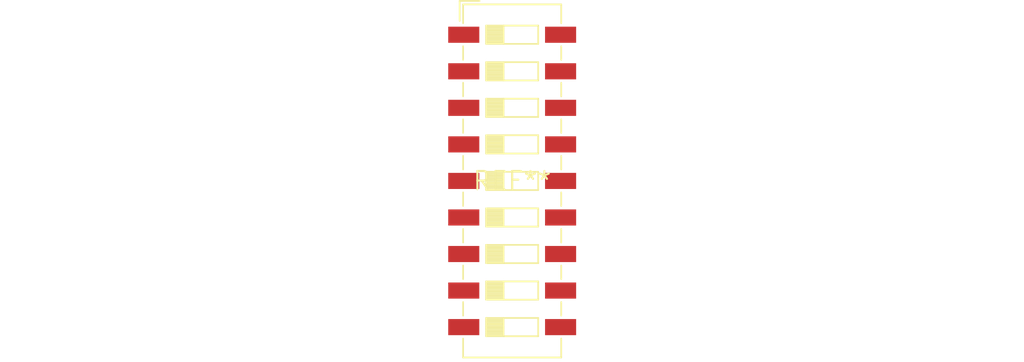
<source format=kicad_pcb>
(kicad_pcb (version 20240108) (generator pcbnew)
  (layers (0 "F.Cu" signal) (31 "B.Cu" signal) (34 "B.Paste" user) (35 "F.Paste" user) (36 "B.SilkS" user "B.Silkscreen") (37 "F.SilkS" user "F.Silkscreen") (38 "B.Mask" user) (39 "F.Mask" user) (44 "Edge.Cuts" user))
  (net 0 "")
  (footprint "SW_DIP_SPSTx09_Slide_6.7x24.42mm_W6.73mm_P2.54mm_LowProfile_JPin" (layer "F.Cu") (at 0 0)
    (property "Reference" "REF**")
    (property "Value" "SW_DIP_SPSTx09_Slide_6.7x24.42mm_W6.73mm_P2.54mm_LowProfile_JPin")
    (fp_line (start -3.65 -12.51) (end -3.65 -11.127) (layer "F.SilkS") (stroke (width 0.12)))
    (fp_line (start -3.65 -12.51) (end -2.267 -12.51) (layer "F.SilkS") (stroke (width 0.12)))
    (fp_line (start -3.41 -12.27) (end -3.41 -10.96) (layer "F.SilkS") (stroke (width 0.12)))
    (fp_line (start -3.41 -12.27) (end 3.41 -12.27) (layer "F.SilkS") (stroke (width 0.12)))
    (fp_line (start -3.41 -9.36) (end -3.41 -8.42) (layer "F.SilkS") (stroke (width 0.12)))
    (fp_line (start -3.41 -6.82) (end -3.41 -5.88) (layer "F.SilkS") (stroke (width 0.12)))
    (fp_line (start -3.41 -4.28) (end -3.41 -3.34) (layer "F.SilkS") (stroke (width 0.12)))
    (fp_line (start -3.41 -1.74) (end -3.41 -0.8) (layer "F.SilkS") (stroke (width 0.12)))
    (fp_line (start -3.41 0.8) (end -3.41 1.74) (layer "F.SilkS") (stroke (width 0.12)))
    (fp_line (start -3.41 3.34) (end -3.41 4.28) (layer "F.SilkS") (stroke (width 0.12)))
    (fp_line (start -3.41 5.88) (end -3.41 6.82) (layer "F.SilkS") (stroke (width 0.12)))
    (fp_line (start -3.41 8.42) (end -3.41 9.36) (layer "F.SilkS") (stroke (width 0.12)))
    (fp_line (start -3.41 10.96) (end -3.41 12.271) (layer "F.SilkS") (stroke (width 0.12)))
    (fp_line (start -3.41 12.271) (end 3.41 12.271) (layer "F.SilkS") (stroke (width 0.12)))
    (fp_line (start -1.81 -10.795) (end -1.81 -9.525) (layer "F.SilkS") (stroke (width 0.12)))
    (fp_line (start -1.81 -10.675) (end -0.603333 -10.675) (layer "F.SilkS") (stroke (width 0.12)))
    (fp_line (start -1.81 -10.555) (end -0.603333 -10.555) (layer "F.SilkS") (stroke (width 0.12)))
    (fp_line (start -1.81 -10.435) (end -0.603333 -10.435) (layer "F.SilkS") (stroke (width 0.12)))
    (fp_line (start -1.81 -10.315) (end -0.603333 -10.315) (layer "F.SilkS") (stroke (width 0.12)))
    (fp_line (start -1.81 -10.195) (end -0.603333 -10.195) (layer "F.SilkS") (stroke (width 0.12)))
    (fp_line (start -1.81 -10.075) (end -0.603333 -10.075) (layer "F.SilkS") (stroke (width 0.12)))
    (fp_line (start -1.81 -9.955) (end -0.603333 -9.955) (layer "F.SilkS") (stroke (width 0.12)))
    (fp_line (start -1.81 -9.835) (end -0.603333 -9.835) (layer "F.SilkS") (stroke (width 0.12)))
    (fp_line (start -1.81 -9.715) (end -0.603333 -9.715) (layer "F.SilkS") (stroke (width 0.12)))
    (fp_line (start -1.81 -9.595) (end -0.603333 -9.595) (layer "F.SilkS") (stroke (width 0.12)))
    (fp_line (start -1.81 -9.525) (end 1.81 -9.525) (layer "F.SilkS") (stroke (width 0.12)))
    (fp_line (start -1.81 -8.255) (end -1.81 -6.985) (layer "F.SilkS") (stroke (width 0.12)))
    (fp_line (start -1.81 -8.135) (end -0.603333 -8.135) (layer "F.SilkS") (stroke (width 0.12)))
    (fp_line (start -1.81 -8.015) (end -0.603333 -8.015) (layer "F.SilkS") (stroke (width 0.12)))
    (fp_line (start -1.81 -7.895) (end -0.603333 -7.895) (layer "F.SilkS") (stroke (width 0.12)))
    (fp_line (start -1.81 -7.775) (end -0.603333 -7.775) (layer "F.SilkS") (stroke (width 0.12)))
    (fp_line (start -1.81 -7.655) (end -0.603333 -7.655) (layer "F.SilkS") (stroke (width 0.12)))
    (fp_line (start -1.81 -7.535) (end -0.603333 -7.535) (layer "F.SilkS") (stroke (width 0.12)))
    (fp_line (start -1.81 -7.415) (end -0.603333 -7.415) (layer "F.SilkS") (stroke (width 0.12)))
    (fp_line (start -1.81 -7.295) (end -0.603333 -7.295) (layer "F.SilkS") (stroke (width 0.12)))
    (fp_line (start -1.81 -7.175) (end -0.603333 -7.175) (layer "F.SilkS") (stroke (width 0.12)))
    (fp_line (start -1.81 -7.055) (end -0.603333 -7.055) (layer "F.SilkS") (stroke (width 0.12)))
    (fp_line (start -1.81 -6.985) (end 1.81 -6.985) (layer "F.SilkS") (stroke (width 0.12)))
    (fp_line (start -1.81 -5.715) (end -1.81 -4.445) (layer "F.SilkS") (stroke (width 0.12)))
    (fp_line (start -1.81 -5.595) (end -0.603333 -5.595) (layer "F.SilkS") (stroke (width 0.12)))
    (fp_line (start -1.81 -5.475) (end -0.603333 -5.475) (layer "F.SilkS") (stroke (width 0.12)))
    (fp_line (start -1.81 -5.355) (end -0.603333 -5.355) (layer "F.SilkS") (stroke (width 0.12)))
    (fp_line (start -1.81 -5.235) (end -0.603333 -5.235) (layer "F.SilkS") (stroke (width 0.12)))
    (fp_line (start -1.81 -5.115) (end -0.603333 -5.115) (layer "F.SilkS") (stroke (width 0.12)))
    (fp_line (start -1.81 -4.995) (end -0.603333 -4.995) (layer "F.SilkS") (stroke (width 0.12)))
    (fp_line (start -1.81 -4.875) (end -0.603333 -4.875) (layer "F.SilkS") (stroke (width 0.12)))
    (fp_line (start -1.81 -4.755) (end -0.603333 -4.755) (layer "F.SilkS") (stroke (width 0.12)))
    (fp_line (start -1.81 -4.635) (end -0.603333 -4.635) (layer "F.SilkS") (stroke (width 0.12)))
    (fp_line (start -1.81 -4.515) (end -0.603333 -4.515) (layer "F.SilkS") (stroke (width 0.12)))
    (fp_line (start -1.81 -4.445) (end 1.81 -4.445) (layer "F.SilkS") (stroke (width 0.12)))
    (fp_line (start -1.81 -3.175) (end -1.81 -1.905) (layer "F.SilkS") (stroke (width 0.12)))
    (fp_line (start -1.81 -3.055) (end -0.603333 -3.055) (layer "F.SilkS") (stroke (width 0.12)))
    (fp_line (start -1.81 -2.935) (end -0.603333 -2.935) (layer "F.SilkS") (stroke (width 0.12)))
    (fp_line (start -1.81 -2.815) (end -0.603333 -2.815) (layer "F.SilkS") (stroke (width 0.12)))
    (fp_line (start -1.81 -2.695) (end -0.603333 -2.695) (layer "F.SilkS") (stroke (width 0.12)))
    (fp_line (start -1.81 -2.575) (end -0.603333 -2.575) (layer "F.SilkS") (stroke (width 0.12)))
    (fp_line (start -1.81 -2.455) (end -0.603333 -2.455) (layer "F.SilkS") (stroke (width 0.12)))
    (fp_line (start -1.81 -2.335) (end -0.603333 -2.335) (layer "F.SilkS") (stroke (width 0.12)))
    (fp_line (start -1.81 -2.215) (end -0.603333 -2.215) (layer "F.SilkS") (stroke (width 0.12)))
    (fp_line (start -1.81 -2.095) (end -0.603333 -2.095) (layer "F.SilkS") (stroke (width 0.12)))
    (fp_line (start -1.81 -1.975) (end -0.603333 -1.975) (layer "F.SilkS") (stroke (width 0.12)))
    (fp_line (start -1.81 -1.905) (end 1.81 -1.905) (layer "F.SilkS") (stroke (width 0.12)))
    (fp_line (start -1.81 -0.635) (end -1.81 0.635) (layer "F.SilkS") (stroke (width 0.12)))
    (fp_line (start -1.81 -0.515) (end -0.603333 -0.515) (layer "F.SilkS") (stroke (width 0.12)))
    (fp_line (start -1.81 -0.395) (end -0.603333 -0.395) (layer "F.SilkS") (stroke (width 0.12)))
    (fp_line (start -1.81 -0.275) (end -0.603333 -0.275) (layer "F.SilkS") (stroke (width 0.12)))
    (fp_line (start -1.81 -0.155) (end -0.603333 -0.155) (layer "F.SilkS") (stroke (width 0.12)))
    (fp_line (start -1.81 -0.035) (end -0.603333 -0.035) (layer "F.SilkS") (stroke (width 0.12)))
    (fp_line (start -1.81 0.085) (end -0.603333 0.085) (layer "F.SilkS") (stroke (width 0.12)))
    (fp_line (start -1.81 0.205) (end -0.603333 0.205) (layer "F.SilkS") (stroke (width 0.12)))
    (fp_line (start -1.81 0.325) (end -0.603333 0.325) (layer "F.SilkS") (stroke (width 0.12)))
    (fp_line (start -1.81 0.445) (end -0.603333 0.445) (layer "F.SilkS") (stroke (width 0.12)))
    (fp_line (start -1.81 0.565) (end -0.603333 0.565) (layer "F.SilkS") (stroke (width 0.12)))
    (fp_line (start -1.81 0.635) (end 1.81 0.635) (layer "F.SilkS") (stroke (width 0.12)))
    (fp_line (start -1.81 1.905) (end -1.81 3.175) (layer "F.SilkS") (stroke (width 0.12)))
    (fp_line (start -1.81 2.025) (end -0.603333 2.025) (layer "F.SilkS") (stroke (width 0.12)))
    (fp_line (start -1.81 2.145) (end -0.603333 2.145) (layer "F.SilkS") (stroke (width 0.12)))
    (fp_line (start -1.81 2.265) (end -0.603333 2.265) (layer "F.SilkS") (stroke (width 0.12)))
    (fp_line (start -1.81 2.385) (end -0.603333 2.385) (layer "F.SilkS") (stroke (width 0.12)))
    (fp_line (start -1.81 2.505) (end -0.603333 2.505) (layer "F.SilkS") (stroke (width 0.12)))
    (fp_line (start -1.81 2.625) (end -0.603333 2.625) (layer "F.SilkS") (stroke (width 0.12)))
    (fp_line (start -1.81 2.745) (end -0.603333 2.745) (layer "F.SilkS") (stroke (width 0.12)))
    (fp_line (start -1.81 2.865) (end -0.603333 2.865) (layer "F.SilkS") (stroke (width 0.12)))
    (fp_line (start -1.81 2.985) (end -0.603333 2.985) (layer "F.SilkS") (stroke (width 0.12)))
    (fp_line (start -1.81 3.105) (end -0.603333 3.105) (layer "F.SilkS") (stroke (width 0.12)))
    (fp_line (start -1.81 3.175) (end 1.81 3.175) (layer "F.SilkS") (stroke (width 0.12)))
    (fp_line (start -1.81 4.445) (end -1.81 5.715) (layer "F.SilkS") (stroke (width 0.12)))
    (fp_line (start -1.81 4.565) (end -0.603333 4.565) (layer "F.SilkS") (stroke (width 0.12)))
    (fp_line (start -1.81 4.685) (end -0.603333 4.685) (layer "F.SilkS") (stroke (width 0.12)))
    (fp_line (start -1.81 4.805) (end -0.603333 4.805) (layer "F.SilkS") (stroke (width 0.12)))
    (fp_line (start -1.81 4.925) (end -0.603333 4.925) (layer "F.SilkS") (stroke (width 0.12)))
    (fp_line (start -1.81 5.045) (end -0.603333 5.045) (layer "F.SilkS") (stroke (width 0.12)))
    (fp_line (start -1.81 5.165) (end -0.603333 5.165) (layer "F.SilkS") (stroke (width 0.12)))
    (fp_line (start -1.81 5.285) (end -0.603333 5.285) (layer "F.SilkS") (stroke (width 0.12)))
    (fp_line (start -1.81 5.405) (end -0.603333 5.405) (layer "F.SilkS") (stroke (width 0.12)))
    (fp_line (start -1.81 5.525) (end -0.603333 5.525) (layer "F.SilkS") (stroke (width 0.12)))
    (fp_line (start -1.81 5.645) (end -0.603333 5.645) (layer "F.SilkS") (stroke (width 0.12)))
    (fp_line (start -1.81 5.715) (end 1.81 5.715) (layer "F.SilkS") (stroke (width 0.12)))
    (fp_line (start -1.81 6.985) (end -1.81 8.255) (layer "F.SilkS") (stroke (width 0.12)))
    (fp_line (start -1.81 7.105) (end -0.603333 7.105) (layer "F.SilkS") (stroke (width 0.12)))
    (fp_line (start -1.81 7.225) (end -0.603333 7.225) (layer "F.SilkS") (stroke (width 0.12)))
    (fp_line (start -1.81 7.345) (end -0.603333 7.345) (layer "F.SilkS") (stroke (width 0.12)))
    (fp_line (start -1.81 7.465) (end -0.603333 7.465) (layer "F.SilkS") (stroke (width 0.12)))
    (fp_line (start -1.81 7.585) (end -0.603333 7.585) (layer "F.SilkS") (stroke (width 0.12)))
    (fp_line (start -1.81 7.705) (end -0.603333 7.705) (layer "F.SilkS") (stroke (width 0.12)))
    (fp_line (start -1.81 7.825) (end -0.603333 7.825) (layer "F.SilkS") (stroke (width 0.12)))
    (fp_line (start -1.81 7.945) (end -0.603333 7.945) (layer "F.SilkS") (stroke (width 0.12)))
    (fp_line (start -1.81 8.065) (end -0.603333 8.065) (layer "F.SilkS") (stroke (width 0.12)))
    (fp_line (start -1.81 8.185) (end -0.603333 8.185) (layer "F.SilkS") (stroke (width 0.12)))
    (fp_line (start -1.81 8.255) (end 1.81 8.255) (layer "F.SilkS") (stroke (width 0.12)))
    (fp_line (start -1.81 9.525) (end -1.81 10.795) (layer "F.SilkS") (stroke (width 0.12)))
    (fp_line (start -1.81 9.645) (end -0.603333 9.645) (layer "F.SilkS") (stroke (width 0.12)))
    (fp_line (start -1.81 9.765) (end -0.603333 9.765) (layer "F.SilkS") (stroke (width 0.12)))
    (fp_line (start -1.81 9.885) (end -0.603333 9.885) (layer "F.SilkS") (stroke (width 0.12)))
    (fp_line (start -1.81 10.005) (end -0.603333 10.005) (layer "F.SilkS") (stroke (width 0.12)))
    (fp_line (start -1.81 10.125) (end -0.603333 10.125) (layer "F.SilkS") (stroke (width 0.12)))
    (fp_line (start -1.81 10.245) (end -0.603333 10.245) (layer "F.SilkS") (stroke (width 0.12)))
    (fp_line (start -1.81 10.365) (end -0.603333 10.365) (layer "F.SilkS") (stroke (width 0.12)))
    (fp_line (start -1.81 10.485) (end -0.603333 10.485) (layer "F.SilkS") (stroke (width 0.12)))
    (fp_line (start -1.81 10.605) (end -0.603333 10.605) (layer "F.SilkS") (stroke (width 0.12)))
    (fp_line (start -1.81 10.725) (end -0.603333 10.725) (layer "F.SilkS") (stroke (width 0.12)))
    (fp_line (start -1.81 10.795) (end 1.81 10.795) (layer "F.SilkS") (stroke (width 0.12)))
    (fp_line (start -0.603333 -10.795) (end -0.603333 -9.525) (layer "F.SilkS") (stroke (width 0.12)))
    (fp_line (start -0.603333 -8.255) (end -0.603333 -6.985) (layer "F.SilkS") (stroke (width 0.12)))
    (fp_line (start -0.603333 -5.715) (end -0.603333 -4.445) (layer "F.SilkS") (stroke (width 0.12)))
    (fp_line (start -0.603333 -3.175) (end -0.603333 -1.905) (layer "F.SilkS") (stroke (width 0.12)))
    (fp_line (start -0.603333 -0.635) (end -0.603333 0.635) (layer "F.SilkS") (stroke (width 0.12)))
    (fp_line (start -0.603333 1.905) (end -0.603333 3.175) (layer "F.SilkS") (stroke (width 0.12)))
    (fp_line (start -0.603333 4.445) (end -0.603333 5.715) (layer "F.SilkS") (stroke (width 0.12)))
    (fp_line (start -0.603333 6.985) (end -0.603333 8.255) (layer "F.SilkS") (stroke (width 0.12)))
    (fp_line (start -0.603333 9.525) (end -0.603333 10.795) (layer "F.SilkS") (stroke (width 0.12)))
    (fp_line (start 1.81 -10.795) (end -1.81 -10.795) (layer "F.SilkS") (stroke (width 0.12)))
    (fp_line (start 1.81 -9.525) (end 1.81 -10.795) (layer "F.SilkS") (stroke (width 0.12)))
    (fp_line (start 1.81 -8.255) (end -1.81 -8.255) (layer "F.SilkS") (stroke (width 0.12)))
    (fp_line (start 1.81 -6.985) (end 1.81 -8.255) (layer "F.SilkS") (stroke (width 0.12)))
    (fp_line (start 1.81 -5.715) (end -1.81 -5.715) (layer "F.SilkS") (stroke (width 0.12)))
    (fp_line (start 1.81 -4.445) (end 1.81 -5.715) (layer "F.SilkS") (stroke (width 0.12)))
    (fp_line (start 1.81 -3.175) (end -1.81 -3.175) (layer "F.SilkS") (stroke (width 0.12)))
    (fp_line (start 1.81 -1.905) (end 1.81 -3.175) (layer "F.SilkS") (stroke (width 0.12)))
    (fp_line (start 1.81 -0.635) (end -1.81 -0.635) (layer "F.SilkS") (stroke (width 0.12)))
    (fp_line (start 1.81 0.635) (end 1.81 -0.635) (layer "F.SilkS") (stroke (width 0.12)))
    (fp_line (start 1.81 1.905) (end -1.81 1.905) (layer "F.SilkS") (stroke (width 0.12)))
    (fp_line (start 1.81 3.175) (end 1.81 1.905) (layer "F.SilkS") (stroke (width 0.12)))
    (fp_line (start 1.81 4.445) (end -1.81 4.445) (layer "F.SilkS") (stroke (width 0.12)))
    (fp_line (start 1.81 5.715) (end 1.81 4.445) (layer "F.SilkS") (stroke (width 0.12)))
    (fp_line (start 1.81 6.985) (end -1.81 6.985) (layer "F.SilkS") (stroke (width 0.12)))
    (fp_line (start 1.81 8.255) (end 1.81 6.985) (layer "F.SilkS") (stroke (width 0.12)))
    (fp_line (start 1.81 9.525) (end -1.81 9.525) (layer "F.SilkS") (stroke (width 0.12)))
    (fp_line (start 1.81 10.795) (end 1.81 9.525) (layer "F.SilkS") (stroke (width 0.12)))
    (fp_line (start 3.41 -12.27) (end 3.41 -10.96) (layer "F.SilkS") (stroke (width 0.12)))
    (fp_line (start 3.41 -9.359) (end 3.41 -8.419) (layer "F.SilkS") (stroke (width 0.12)))
    (fp_line (start 3.41 -6.819) (end 3.41 -5.879) (layer "F.SilkS") (stroke (width 0.12)))
    (fp_line (start 3.41 -4.279) (end 3.41 -3.339) (layer "F.SilkS") (stroke (width 0.12)))
    (fp_line (start 3.41 -1.739) (end 3.41 -0.799) (layer "F.SilkS") (stroke (width 0.12)))
    (fp_line (start 3.41 0.801) (end 3.41 1.741) (layer "F.SilkS") (stroke (width 0.12)))
    (fp_line (start 3.41 3.341) (end 3.41 4.281) (layer "F.SilkS") (stroke (width 0.12)))
    (fp_line (start 3.41 5.881) (end 3.41 6.82) (layer "F.SilkS") (stroke (width 0.12)))
    (fp_line (start 3.41 8.42) (end 3.41 9.36) (layer "F.SilkS") (stroke (width 0.12)))
    (fp_line (start 3.41 10.96) (end 3.41 12.271) (layer "F.SilkS") (stroke (width 0.12)))
    (pad "1" smd rect (at -3.365 -10.16) (size 2.16 1.12) (layers "F.Cu" "F.Paste" "F.Mask"))
    (pad "2" smd rect (at -3.365 -7.62) (size 2.16 1.12) (layers "F.Cu" "F.Paste" "F.Mask"))
    (pad "3" smd rect (at -3.365 -5.08) (size 2.16 1.12) (layers "F.Cu" "F.Paste" "F.Mask"))
    (pad "4" smd rect (at -3.365 -2.54) (size 2.16 1.12) (layers "F.Cu" "F.Paste" "F.Mask"))
    (pad "5" smd rect (at -3.365 0) (size 2.16 1.12) (layers "F.Cu" "F.Paste" "F.Mask"))
    (pad "6" smd rect (at -3.365 2.54) (size 2.16 1.12) (layers "F.Cu" "F.Paste" "F.Mask"))
    (pad "7" smd rect (at -3.365 5.08) (size 2.16 1.12) (layers "F.Cu" "F.Paste" "F.Mask"))
    (pad "8" smd rect (at -3.365 7.62) (size 2.16 1.12) (layers "F.Cu" "F.Paste" "F.Mask"))
    (pad "9" smd rect (at -3.365 10.16) (size 2.16 1.12) (layers "F.Cu" "F.Paste" "F.Mask"))
    (pad "10" smd rect (at 3.365 10.16) (size 2.16 1.12) (layers "F.Cu" "F.Paste" "F.Mask"))
    (pad "11" smd rect (at 3.365 7.62) (size 2.16 1.12) (layers "F.Cu" "F.Paste" "F.Mask"))
    (pad "12" smd rect (at 3.365 5.08) (size 2.16 1.12) (layers "F.Cu" "F.Paste" "F.Mask"))
    (pad "13" smd rect (at 3.365 2.54) (size 2.16 1.12) (layers "F.Cu" "F.Paste" "F.Mask"))
    (pad "14" smd rect (at 3.365 0) (size 2.16 1.12) (layers "F.Cu" "F.Paste" "F.Mask"))
    (pad "15" smd rect (at 3.365 -2.54) (size 2.16 1.12) (layers "F.Cu" "F.Paste" "F.Mask"))
    (pad "16" smd rect (at 3.365 -5.08) (size 2.16 1.12) (layers "F.Cu" "F.Paste" "F.Mask"))
    (pad "17" smd rect (at 3.365 -7.62) (size 2.16 1.12) (layers "F.Cu" "F.Paste" "F.Mask"))
    (pad "18" smd rect (at 3.365 -10.16) (size 2.16 1.12) (layers "F.Cu" "F.Paste" "F.Mask"))
  )
)
</source>
